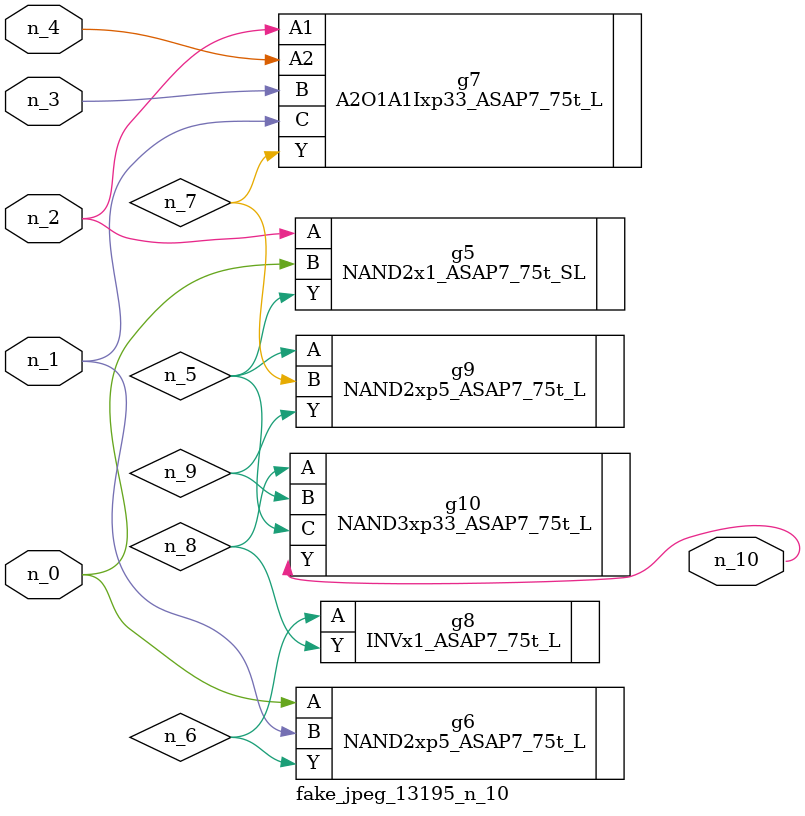
<source format=v>
module fake_jpeg_13195_n_10 (n_3, n_2, n_1, n_0, n_4, n_10);

input n_3;
input n_2;
input n_1;
input n_0;
input n_4;

output n_10;

wire n_8;
wire n_9;
wire n_6;
wire n_5;
wire n_7;

NAND2x1_ASAP7_75t_SL g5 ( 
.A(n_2),
.B(n_0),
.Y(n_5)
);

NAND2xp5_ASAP7_75t_L g6 ( 
.A(n_0),
.B(n_1),
.Y(n_6)
);

A2O1A1Ixp33_ASAP7_75t_L g7 ( 
.A1(n_2),
.A2(n_4),
.B(n_3),
.C(n_1),
.Y(n_7)
);

INVx1_ASAP7_75t_L g8 ( 
.A(n_6),
.Y(n_8)
);

NAND3xp33_ASAP7_75t_L g10 ( 
.A(n_8),
.B(n_9),
.C(n_5),
.Y(n_10)
);

NAND2xp5_ASAP7_75t_L g9 ( 
.A(n_5),
.B(n_7),
.Y(n_9)
);


endmodule
</source>
